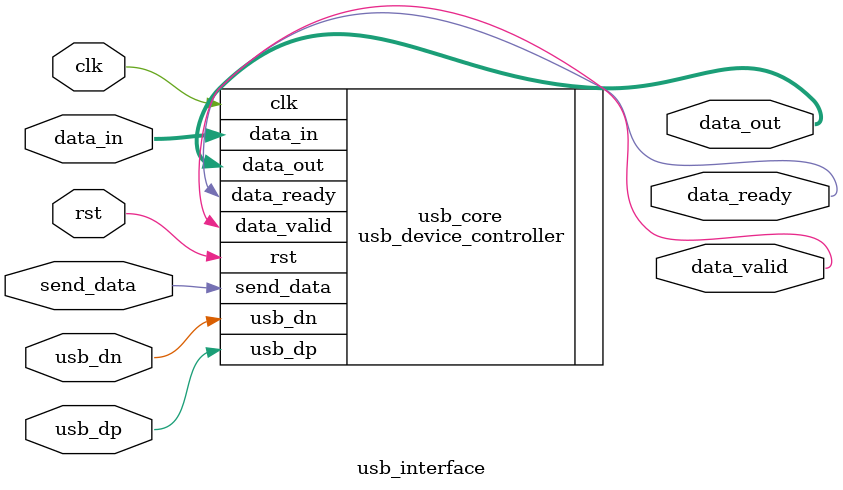
<source format=v>
module usb_interface (
    input clk,                  // System clock
    input rst,                  // Reset signal
    input usb_dp,               // USB Data Line (Single-ended or Differential)
    input usb_dn,               // USB Data Line (Single-ended or Differential)
    output [7:0] data_out,      // Data to be received from USB
    output data_ready,          // Data is ready to be processed
    output data_valid,          // Data is valid for further processing
    input [7:0] data_in,        // Data to be sent to USB
    input send_data             // Trigger signal to send data
);

    // USB core instantiation
    usb_device_controller #(
        .USB_VERSION(2)          // Specify USB version (e.g., USB 2.0)
    ) usb_core (
        .clk(clk),               // Clock input
        .rst(rst),               // Reset signal
        .usb_dp(usb_dp),         // USB Data+ line (single-ended or differential)
        .usb_dn(usb_dn),         // USB Data- line (single-ended or differential)
        .data_out(data_out),     // Data received from USB
        .data_ready(data_ready), // Data received and ready for processing
        .data_valid(data_valid), // Data valid flag
        .data_in(data_in),       // Data to be sent to USB
        .send_data(send_data)    // Trigger to send data to USB
    );

endmodule

</source>
